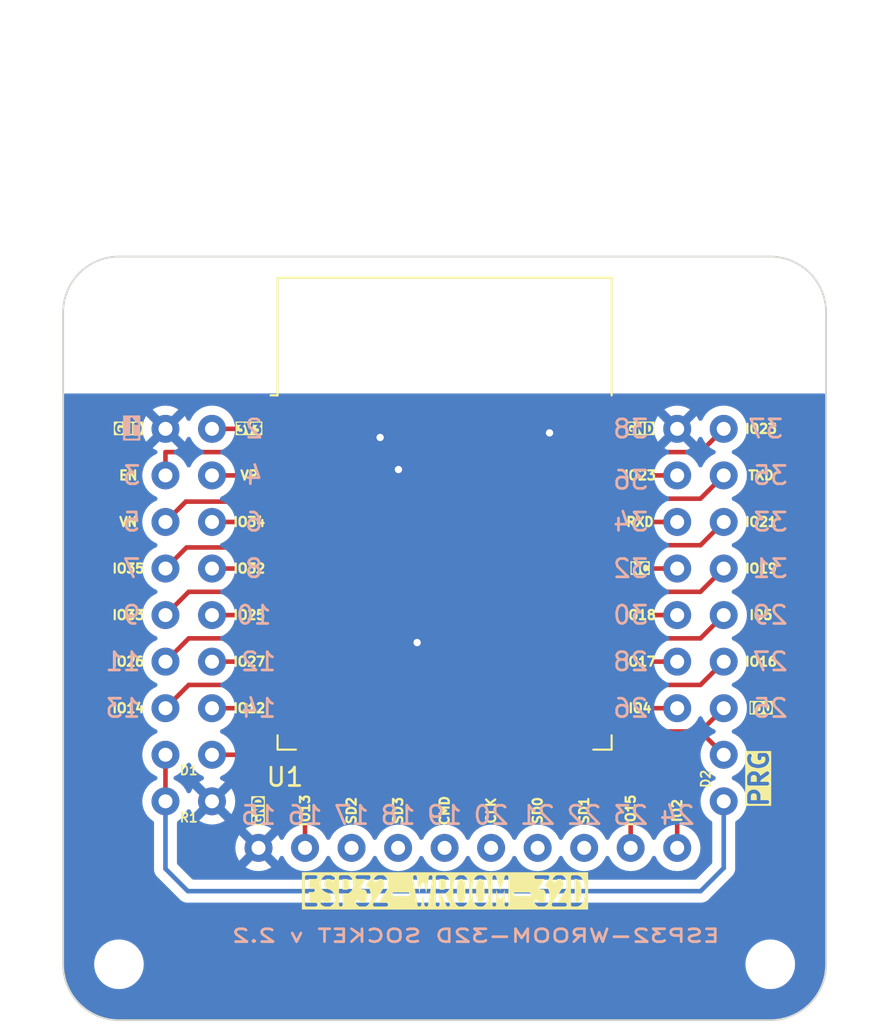
<source format=kicad_pcb>
(kicad_pcb (version 20221018) (generator pcbnew)
  (layers (0 "F.Cu" signal) (31 "B.Cu" signal) (34 "B.Paste" user) (35 "F.Paste" user) (36 "B.SilkS" user "B.Silkscreen") (37 "F.SilkS" user "F.Silkscreen") (38 "B.Mask" user) (39 "F.Mask" user) (44 "Edge.Cuts" user))
  (net 0 "")
  (net 1 "GND")
  (net 2 "+3V3")
  (net 3 "unconnected-(U1-EN-Pad3)")
  (net 4 "unconnected-(U1-SENSOR_VP-Pad4)")
  (net 5 "unconnected-(U1-SENSOR_VN-Pad5)")
  (net 6 "unconnected-(U1-IO34-Pad6)")
  (net 7 "unconnected-(U1-IO35-Pad7)")
  (net 8 "unconnected-(U1-IO32-Pad8)")
  (net 9 "unconnected-(U1-IO33-Pad9)")
  (net 10 "unconnected-(U1-IO25-Pad10)")
  (net 11 "unconnected-(U1-IO26-Pad11)")
  (net 12 "unconnected-(U1-IO27-Pad12)")
  (net 13 "unconnected-(U1-IO14-Pad13)")
  (net 14 "unconnected-(U1-IO12-Pad14)")
  (net 15 "unconnected-(U1-IO13-Pad16)")
  (net 22 "unconnected-(U1-IO15-Pad23)")
  (net 23 "unconnected-(U1-IO2-Pad24)")
  (net 24 "unconnected-(U1-IO4-Pad26)")
  (net 25 "unconnected-(U1-IO16-Pad27)")
  (net 26 "unconnected-(U1-IO17-Pad28)")
  (net 27 "unconnected-(U1-IO5-Pad29)")
  (net 28 "unconnected-(U1-IO18-Pad30)")
  (net 29 "unconnected-(U1-IO19-Pad31)")
  (net 30 "unconnected-(U1-NC-Pad32)")
  (net 31 "unconnected-(U1-IO21-Pad33)")
  (net 32 "unconnected-(U1-RXD0{slash}IO3-Pad34)")
  (net 33 "unconnected-(U1-TXD0{slash}IO1-Pad35)")
  (net 34 "unconnected-(U1-IO22-Pad36)")
  (net 35 "unconnected-(U1-IO23-Pad37)")
  (net 36 "Net-(D1-K)")
  (net 37 "Net-(D2-A)")
  (footprint "Alexander Footprints Library:R_2.5mm" (layer "F.Cu") (at 147.32 104.14)
    (fp_text reference "R1" (at -1.27 -1.651 unlocked) (layer "F.SilkS") (effects (font (size 0.5 0.5) (thickness 0.1))))
    (fp_text value "R")
    (pad "1" thru_hole circle (at -2.54 -2.54) (size 1.524 1.524) (drill 0.762) (layers "*.Cu" "*.Mask") (net 36 "Net-(D1-K)"))
    (pad "2" thru_hole circle (at 0 -2.54) (size 1.524 1.524) (drill 0.762) (layers "*.Cu" "*.Mask") (net 1 "GND"))
  )
  (footprint "Alexander Footprints Library:LED_2.5mm" (layer "F.Cu") (at 177.8 99.06 90)
    (fp_text reference "D2" (at -0.762 -3.2258 90 unlocked) (layer "F.SilkS") (effects (font (size 0.5 0.5) (thickness 0.1)) (justify right bottom)))
    (fp_text value "LED")
    (pad "1" thru_hole circle (at -2.54 -2.54 90) (size 1.524 1.524) (drill 0.762) (layers "*.Cu" "*.Mask") (net 36 "Net-(D1-K)"))
    (pad "2" thru_hole circle (at 0 -2.54 90) (size 1.524 1.524) (drill 0.762) (layers "*.Cu" "*.Mask") (net 37 "Net-(D2-A)"))
  )
  (footprint "MountingHole:MountingHole_2.2mm_M2" (layer "F.Cu") (at 142.24 74.93)
    (fp_text reference "H1" hide)
    (fp_text value "MountingHole_Pad_MP" hide)
    (pad "" np_thru_hole circle (at 0 0) (size 2.2 2.2) (drill 2.2) (layers "*.Cu" "*.Mask"))
  )
  (footprint "MountingHole:MountingHole_2.2mm_M2" (layer "F.Cu") (at 142.24 110.49)
    (fp_text reference "H3" hide)
    (fp_text value "MountingHole_Pad_MP" hide)
    (pad "" np_thru_hole circle (at 0 0) (size 2.2 2.2) (drill 2.2) (layers "*.Cu" "*.Mask"))
  )
  (footprint "MountingHole:MountingHole_2.2mm_M2" (layer "F.Cu") (at 177.8 110.49)
    (fp_text reference "H4" hide)
    (fp_text value "MountingHole_Pad_MP" hide)
    (pad "" np_thru_hole circle (at 0 0) (size 2.2 2.2) (drill 2.2) (layers "*.Cu" "*.Mask"))
  )
  (footprint "Alexander Footprints Library:LED_2.5mm" (layer "F.Cu") (at 147.32 109.22)
    (fp_text reference "D1" (at -1.27 -9.017 unlocked) (layer "F.SilkS") (effects (font (size 0.5 0.5) (thickness 0.1)) (justify bottom)))
    (fp_text value "LED")
    (pad "1" thru_hole circle (at -2.54 -10.16) (size 1.524 1.524) (drill 0.762) (layers "*.Cu" "*.Mask") (net 36 "Net-(D1-K)"))
    (pad "2" thru_hole circle (at 0 -10.16) (size 1.524 1.524) (drill 0.762) (layers "*.Cu" "*.Mask") (net 2 "+3V3"))
  )
  (footprint "MountingHole:MountingHole_2.2mm_M2" (layer "F.Cu") (at 177.8 74.93)
    (fp_text reference "H2" hide)
    (fp_text value "MountingHole_Pad_MP" hide)
    (pad "" np_thru_hole circle (at 0 0) (size 2.2 2.2) (drill 2.2) (layers "*.Cu" "*.Mask"))
  )
  (footprint "Alexander Footprints Library:ESP32-WROOM-Adapter-2" (layer "F.Cu") (at 160.02 88.9)
    (fp_text reference "U1" (at -7.62 10.795) (layer "F.SilkS") (effects (justify right top)))
    (fp_text value "ESP32-WROOM-32D")
    (fp_text user "ESP32-WROOM-32D" (at 0 17.653 unlocked) (layer "F.SilkS" knockout) (effects (font (size 1.5 1) (thickness 0.2) bold)))
    (fp_line (start -9.12 -15.86) (end -9.12 -9.445) (stroke (width 0.12)) (layer "F.SilkS"))
    (fp_line (start -9.12 -15.86) (end 9.12 -15.86) (stroke (width 0.12)) (layer "F.SilkS"))
    (fp_line (start -9.12 -9.445) (end -9.5 -9.445) (stroke (width 0.12)) (layer "F.SilkS"))
    (fp_line (start -9.12 9.1) (end -9.12 9.88) (stroke (width 0.12)) (layer "F.SilkS"))
    (fp_line (start -9.12 9.88) (end -8.12 9.88) (stroke (width 0.12)) (layer "F.SilkS"))
    (fp_line (start 9.12 -15.86) (end 9.12 -9.445) (stroke (width 0.12)) (layer "F.SilkS"))
    (fp_line (start 9.12 9.1) (end 9.12 9.88) (stroke (width 0.12)) (layer "F.SilkS"))
    (fp_line (start 9.12 9.88) (end 8.12 9.88) (stroke (width 0.12)) (layer "F.SilkS"))
    (pad "1" thru_hole circle (at -15.24 -7.62) (size 1.524 1.524) (drill 0.762) (layers "*.Cu" "*.Mask") (net 1 "GND"))
    (pad "1" smd rect (at -8.75 -8.25) (size 1.5 0.9) (layers "F.Cu" "F.Paste" "F.Mask") (net 1 "GND"))
    (pad "2" thru_hole circle (at -12.7 -7.62) (size 1.524 1.524) (drill 0.762) (layers "*.Cu" "*.Mask") (net 2 "+3V3"))
    (pad "2" smd rect (at -8.75 -6.98) (size 1.5 0.9) (layers "F.Cu" "F.Paste" "F.Mask") (net 2 "+3V3"))
    (pad "3" thru_hole circle (at -15.24 -5.08) (size 1.524 1.524) (drill 0.762) (layers "*.Cu" "*.Mask") (net 3 "unconnected-(U1-EN-Pad3)"))
    (pad "3" smd rect (at -8.75 -5.71) (size 1.5 0.9) (layers "F.Cu" "F.Paste" "F.Mask") (net 3 "unconnected-(U1-EN-Pad3)"))
    (pad "4" thru_hole circle (at -12.7 -5.08) (size 1.524 1.524) (drill 0.762) (layers "*.Cu" "*.Mask") (net 4 "unconnected-(U1-SENSOR_VP-Pad4)"))
    (pad "4" smd rect (at -8.75 -4.44) (size 1.5 0.9) (layers "F.Cu" "F.Paste" "F.Mask") (net 4 "unconnected-(U1-SENSOR_VP-Pad4)"))
    (pad "5" thru_hole circle (at -15.24 -2.54) (size 1.524 1.524) (drill 0.762) (layers "*.Cu" "*.Mask") (net 5 "unconnected-(U1-SENSOR_VN-Pad5)"))
    (pad "5" smd rect (at -8.75 -3.17) (size 1.5 0.9) (layers "F.Cu" "F.Paste" "F.Mask") (net 5 "unconnected-(U1-SENSOR_VN-Pad5)"))
    (pad "6" thru_hole circle (at -12.7 -2.54) (size 1.524 1.524) (drill 0.762) (layers "*.Cu" "*.Mask") (net 6 "unconnected-(U1-IO34-Pad6)"))
    (pad "6" smd rect (at -8.75 -1.9) (size 1.5 0.9) (layers "F.Cu" "F.Paste" "F.Mask") (net 6 "unconnected-(U1-IO34-Pad6)"))
    (pad "7" thru_hole circle (at -15.24 0) (size 1.524 1.524) (drill 0.762) (layers "*.Cu" "*.Mask") (net 7 "unconnected-(U1-IO35-Pad7)"))
    (pad "7" smd rect (at -8.75 -0.63) (size 1.5 0.9) (layers "F.Cu" "F.Paste" "F.Mask") (net 7 "unconnected-(U1-IO35-Pad7)"))
    (pad "8" thru_hole circle (at -12.7 0) (size 1.524 1.524) (drill 0.762) (layers "*.Cu" "*.Mask") (net 8 "unconnected-(U1-IO32-Pad8)"))
    (pad "8" smd rect (at -8.75 0.64) (size 1.5 0.9) (layers "F.Cu" "F.Paste" "F.Mask") (net 8 "unconnected-(U1-IO32-Pad8)"))
    (pad "9" thru_hole circle (at -15.24 2.54) (size 1.524 1.524) (drill 0.762) (layers "*.Cu" "*.Mask") (net 9 "unconnected-(U1-IO33-Pad9)"))
    (pad "9" smd rect (at -8.75 1.91) (size 1.5 0.9) (layers "F.Cu" "F.Paste" "F.Mask") (net 9 "unconnected-(U1-IO33-Pad9)"))
    (pad "10" thru_hole circle (at -12.7 2.54) (size 1.524 1.524) (drill 0.762) (layers "*.Cu" "*.Mask") (net 10 "unconnected-(U1-IO25-Pad10)"))
    (pad "10" smd rect (at -8.75 3.18) (size 1.5 0.9) (layers "F.Cu" "F.Paste" "F.Mask") (net 10 "unconnected-(U1-IO25-Pad10)"))
    (pad "11" thru_hole circle (at -15.24 5.08) (size 1.524 1.524) (drill 0.762) (layers "*.Cu" "*.Mask") (net 11 "unconnected-(U1-IO26-Pad11)"))
    (pad "11" smd rect (at -8.75 4.45) (size 1.5 0.9) (layers "F.Cu" "F.Paste" "F.Mask") (net 11 "unconnected-(U1-IO26-Pad11)"))
    (pad "12" thru_hole circle (at -12.7 5.08) (size 1.524 1.524) (drill 0.762) (layers "*.Cu" "*.Mask") (net 12 "unconnected-(U1-IO27-Pad12)"))
    (pad "12" smd rect (at -8.75 5.72) (size 1.5 0.9) (layers "F.Cu" "F.Paste" "F.Mask") (net 12 "unconnected-(U1-IO27-Pad12)"))
    (pad "13" thru_hole circle (at -15.24 7.62) (size 1.524 1.524) (drill 0.762) (layers "*.Cu" "*.Mask") (net 13 "unconnected-(U1-IO14-Pad13)"))
    (pad "13" smd rect (at -8.75 6.99) (size 1.5 0.9) (layers "F.Cu" "F.Paste" "F.Mask") (net 13 "unconnected-(U1-IO14-Pad13)"))
    (pad "14" thru_hole circle (at -12.7 7.62) (size 1.524 1.524) (drill 0.762) (layers "*.Cu" "*.Mask") (net 14 "unconnected-(U1-IO12-Pad14)"))
    (pad "14" smd rect (at -8.75 8.26) (size 1.5 0.9) (layers "F.Cu" "F.Paste" "F.Mask") (net 14 "unconnected-(U1-IO12-Pad14)"))
    (pad "15" thru_hole circle (at -10.16 15.24 90) (size 1.524 1.524) (drill 0.762) (layers "*.Cu" "*.Mask") (net 1 "GND"))
    (pad "15" smd rect (at -5.71 9.51 90) (size 1.5 0.9) (layers "F.Cu" "F.Paste" "F.Mask") (net 1 "GND"))
    (pad "16" thru_hole circle (at -7.62 15.24 90) (size 1.524 1.524) (drill 0.762) (layers "*.Cu" "*.Mask") (net 15 "unconnected-(U1-IO13-Pad16)"))
    (pad "16" smd rect (at -4.44 9.51 90) (size 1.5 0.9) (layers "F.Cu" "F.Paste" "F.Mask") (net 15 "unconnected-(U1-IO13-Pad16)"))
    (pad "17" thru_hole circle (at -5.08 15.24 90) (size 1.524 1.524) (drill 0.762) (layers "*.Cu" "*.Mask"))
    (pad "17" smd rect (at -3.17 9.51 90) (size 1.5 0.9) (layers "F.Cu" "F.Paste" "F.Mask"))
    (pad "18" thru_hole circle (at -2.54 15.24 90) (size 1.524 1.524) (drill 0.762) (layers "*.Cu" "*.Mask"))
    (pad "18" smd rect (at -1.9 9.51 90) (size 1.5 0.9) (layers "F.Cu" "F.Paste" "F.Mask"))
    (pad "19" smd rect (at -0.63 9.51 90) (size 1.5 0.9) (layers "F.Cu" "F.Paste" "F.Mask"))
    (pad "19" thru_hole circle (at 0 15.24 90) (size 1.524 1.524) (drill 0.762) (layers "*.Cu" "*.Mask"))
    (pad "20" smd rect (at 0.64 9.51 90) (size 1.5 0.9) (layers "F.Cu" "F.Paste" "F.Mask"))
    (pad "20" thru_hole circle (at 2.54 15.24 90) (size 1.524 1.524) (drill 0.762) (layers "*.Cu" "*.Mask"))
    (pad "21" smd rect (at 1.91 9.51 90) (size 1.5 0.9) (layers "F.Cu" "F.Paste" "F.Mask"))
    (pad "21" thru_hole circle (at 5.08 15.24 90) (size 1.524 1.524) (drill 0.762) (layers "*.Cu" "*.Mask"))
    (pad "22" smd rect (at 3.18 9.51 90) (size 1.5 0.9) (layers "F.Cu" "F.Paste" "F.Mask"))
    (pad "22" thru_hole circle (at 7.62 15.24 90) (size 1.524 1.524) (drill 0.762) (layers "*.Cu" "*.Mask"))
    (pad "23" smd rect (at 4.45 9.51 90) (size 1.5 0.9) (layers "F.Cu" "F.Paste" "F.Mask") (net 22 "unconnected-(U1-IO15-Pad23)"))
    (pad "23" thru_hole circle (at 10.16 15.24 90) (size 1.524 1.524) (drill 0.762) (layers "*.Cu" "*.Mask") (net 22 "unconnected-(U1-IO15-Pad23)"))
    (pad "24" smd rect (at 5.72 9.51 90) (size 1.5 0.9) (layers "F.Cu" "F.Paste" "F.Mask") (net 23 "unconnected-(U1-IO2-Pad24)"))
    (pad "24" thru_hole circle (at 12.7 15.24 90) (size 1.524 1.524) (drill 0.762) (layers "*.Cu" "*.Mask") (net 23 "unconnected-(U1-IO2-Pad24)"))
    (pad "25" smd rect (at 8.75 8.26) (size 1.5 0.9) (layers "F.Cu" "F.Paste" "F.Mask") (net 37 "Net-(D2-A)"))
    (pad "25" thru_hole circle (at 15.24 7.62) (size 1.524 1.524) (drill 0.762) (layers "*.Cu" "*.Mask") (net 37 "Net-(D2-A)"))
    (pad "26" smd rect (at 8.75 6.99) (size 1.5 0.9) (layers "F.Cu" "F.Paste" "F.Mask") (net 24 "unconnected-(U1-IO4-Pad26)"))
    (pad "26" thru_hole circle (at 12.7 7.62) (size 1.524 1.524) (drill 0.762) (layers "*.Cu" "*.Mask") (net 24 "unconnected-(U1-IO4-Pad26)"))
    (pad "27" smd rect (at 8.75 5.72) (size 1.5 0.9) (layers "F.Cu" "F.Paste" "F.Mask") (net 25 "unconnected-(U1-IO16-Pad27)"))
    (pad "27" thru_hole circle (at 15.24 5.08) (size 1.524 1.524) (drill 0.762) (layers "*.Cu" "*.Mask") (net 25 "unconnected-(U1-IO16-Pad27)"))
    (pad "28" smd rect (at 8.75 4.45) (size 1.5 0.9) (layers "F.Cu" "F.Paste" "F.Mask") (net 26 "unconnected-(U1-IO17-Pad28)"))
    (pad "28" thru_hole circle (at 12.7 5.08) (size 1.524 1.524) (drill 0.762) (layers "*.Cu" "*.Mask") (net 26 "unconnected-(U1-IO17-Pad28)"))
    (pad "29" smd rect (at 8.75 3.18) (size 1.5 0.9) (layers "F.Cu" "F.Paste" "F.Mask") (net 27 "unconnected-(U1-IO5-Pad29)"))
    (pad "29" thru_hole circle (at 15.24 2.54) (size 1.524 1.524) (drill 0.762) (layers "*.Cu" "*.Mask") (net 27 "unconnected-(U1-IO5-Pad29)"))
    (pad "30" smd rect (at 8.75 1.91) (size 1.5 0.9) (layers "F.Cu" "F.Paste" "F.Mask") (net 28 "unconnected-(U1-IO18-Pad30)"))
    (pad "30" thru_hole circle (at 12.7 2.54) (size 1.524 1.524) (drill 0.762) (layers "*.Cu" "*.Mask") (net 28 "unconnected-(U1-IO18-Pad30)"))
    (pad "31" smd rect (at 8.75 0.64) (size 1.5 0.9) (layers "F.Cu" "F.Paste" "F.Mask") (net 29 "unconnected-(U1-IO19-Pad31)"))
    (pad "31" thru_hole circle (at 15.24 0) (size 1.524 1.524) (drill 0.762) (layers "*.Cu" "*.Mask") (net 29 "unconnected-(U1-IO19-Pad31)"))
    (pad "32" smd rect (at 8.75 -0.63) (size 1.5 0.9) (layers "F.Cu" "F.Paste" "F.Mask") (net 30 "unconnected-(U1-NC-Pad32)"))
    (pad "32" thru_hole circle (at 12.7 0) (size 1.524 1.524) (drill 0.762) (layers "*.Cu" "*.Mask") (net 30 "unconnected-(U1-NC-Pad32)"))
    (pad "33" smd rect (at 8.75 -1.9) (size 1.5 0.9) (layers "F.Cu" "F.Paste" "F.Mask") (net 31 "unconnected-(U1-IO21-Pad33)"))
    (pad "33" thru_hole circle (at 15.24 -2.54) (size 1.524 1.524) (drill 0.762) (layers "*.Cu" "*.Mask") (net 31 "unconnected-(U1-IO21-Pad33)"))
    (pad "34" smd rect (at 8.75 -3.17) (size 1.5 0.9) (layers "F.Cu" "F.Paste" "F.Mask") (net 32 "unconnected-(U1-RXD0{slash}IO3-Pad34)"))
    (pad "34" thru_hole circle (at 12.7 -2.54) (size 1.524 1.524) (drill 0.762) (layers "*.Cu" "*.Mask") (net 32 "unconnected-(U1-RXD0{slash}IO3-Pad34)"))
    (pad "35" smd rect (at 8.75 -4.44) (size 1.5 0.9) (layers "F.Cu" "F.Paste" "F.Mask") (net 33 "unconnected-(U1-TXD0{slash}IO1-Pad35)"))
    (pad "35" thru_hole circle (at 15.24 -5.08) (size 1.524 1.524) (drill 0.762) (layers "*.Cu" "*.Mask") (net 33 "unconnected-(U1-TXD0{slash}IO1-Pad35)"))
    (pad "36" smd rect (at 8.75 -5.71) (size 1.5 0.9) (layers "F.Cu" "F.Paste" "F.Mask") (net 34 "unconnected-(U1-IO22-Pad36)"))
    (pad "36" thru_hole circle (at 12.7 -5.08) (size 1.524 1.524) (drill 0.762) (layers "*.Cu" "*.Mask") (net 34 "unconnected-(U1-IO22-Pad36)"))
    (pad "37" smd rect (at 8.75 -6.98) (size 1.5 0.9) (layers "F.Cu" "F.Paste" "F.Mask") (net 35 "unconnected-(U1-IO23-Pad37)"))
    (pad "37" thru_hole circle (at 15.24 -7.62) (size 1.524 1.524) (drill 0.762) (layers "*.Cu" "*.Mask") (net 35 "unconnected-(U1-IO23-Pad37)"))
    (pad "38" smd rect (at 8.75 -8.25) (size 1.5 0.9) (layers "F.Cu" "F.Paste" "F.Mask") (net 1 "GND"))
    (pad "38" thru_hole circle (at 12.7 -7.62) (size 1.524 1.524) (drill 0.762) (layers "*.Cu" "*.Mask") (net 1 "GND"))
    (pad "39" smd rect (at -1.5 -0.53) (size 3.8 3.8) (layers "F.Cu" "F.Mask") (net 1 "GND"))
    (zone (net 0) (net_name "") (layers "*.Cu") (connect_pads (clearance 0)) (min_thickness 0.254)
      (keepout (tracks not_allowed) (vias not_allowed) (pads not_allowed) (copperpour not_allowed) (footprints not_allowed))
      (fill (thermal_gap 0.508) (thermal_bridge_width 0.508))
      (polygon (pts (xy 136.02 79.35) (xy 184.02 79.35) (xy 184.02 58.16) (xy 136.02 58.16)))
    )
  )
  (gr_line (start 177.8 113.538) (end 142.24 113.538) (stroke (width 0.1)) (layer "Edge.Cuts"))
  (gr_arc (start 177.8 71.882) (mid 179.955261 72.774739) (end 180.848 74.93) (stroke (width 0.1)) (layer "Edge.Cuts"))
  (gr_arc (start 139.192 74.93) (mid 140.084739 72.774739) (end 142.24 71.882) (stroke (width 0.1)) (layer "Edge.Cuts"))
  (gr_arc (start 142.24 113.538) (mid 140.084739 112.645261) (end 139.192 110.49) (stroke (width 0.1)) (layer "Edge.Cuts"))
  (gr_arc (start 180.848 110.49) (mid 179.955261 112.645261) (end 177.8 113.538) (stroke (width 0.1)) (layer "Edge.Cuts"))
  (gr_line (start 139.192 74.93) (end 139.192 110.49) (stroke (width 0.1)) (layer "Edge.Cuts"))
  (gr_line (start 177.8 71.882) (end 142.24 71.882) (stroke (width 0.1)) (layer "Edge.Cuts"))
  (gr_line (start 180.848 110.49) (end 180.848 74.93) (stroke (width 0.1)) (layer "Edge.Cuts"))
  (gr_text "26" (at 170.18 96.52) (layer "B.SilkS") (effects (font (size 1 1)) (justify mirror)))
  (gr_text "14" (at 149.86 96.52) (layer "B.SilkS") (effects (font (size 1 1)) (justify mirror)))
  (gr_text "18" (at 157.48 102.362) (layer "B.SilkS") (effects (font (size 1 1)) (justify mirror)))
  (gr_text "13" (at 143.51 96.52) (layer "B.SilkS") (effects (font (size 1 1)) (justify left mirror)))
  (gr_text "15" (at 149.86 102.362) (layer "B.SilkS") (effects (font (size 1 1)) (justify mirror)))
  (gr_text "24" (at 172.72 102.362) (layer "B.SilkS") (effects (font (size 1 1)) (justify mirror)))
  (gr_text "6" (at 149.606 86.36) (layer "B.SilkS") (effects (font (size 1 1)) (justify mirror)))
  (gr_text "7" (at 143.51 88.9) (layer "B.SilkS") (effects (font (size 1 1)) (justify left mirror)))
  (gr_text "28" (at 170.18 93.98) (layer "B.SilkS") (effects (font (size 1 1)) (justify mirror)))
  (gr_text "33" (at 177.8 86.36) (layer "B.SilkS") (effects (font (size 1 1)) (justify mirror)))
  (gr_text "19" (at 160.02 102.362) (layer "B.SilkS") (effects (font (size 1 1)) (justify mirror)))
  (gr_text "5" (at 143.51 86.36) (layer "B.SilkS") (effects (font (size 1 1)) (justify left mirror)))
  (gr_text "31" (at 177.8 88.9) (layer "B.SilkS") (effects (font (size 1 1)) (justify mirror)))
  (gr_text "10" (at 149.606 91.44) (layer "B.SilkS") (effects (font (size 1 1)) (justify mirror)))
  (gr_text "16" (at 152.4 102.362) (layer "B.SilkS") (effects (font (size 1 1)) (justify mirror)))
  (gr_text "3" (at 143.51 83.82) (layer "B.SilkS") (effects (font (size 1 1)) (justify left mirror)))
  (gr_text "32" (at 170.18 88.9) (layer "B.SilkS") (effects (font (size 1 1)) (justify mirror)))
  (gr_text "22" (at 167.64 102.362) (layer "B.SilkS") (effects (font (size 1 1)) (justify mirror)))
  (gr_text "27" (at 177.8 93.98) (layer "B.SilkS") (effects (font (size 1 1)) (justify mirror)))
  (gr_text "4" (at 149.606 83.82) (layer "B.SilkS") (effects (font (size 1 1)) (justify mirror)))
  (gr_text "25" (at 177.8 96.52) (layer "B.SilkS") (effects (font (size 1 1)) (justify mirror)))
  (gr_text "8" (at 149.606 88.9) (layer "B.SilkS") (effects (font (size 1 1)) (justify mirror)))
  (gr_text "17" (at 154.94 102.362) (layer "B.SilkS") (effects (font (size 1 1)) (justify mirror)))
  (gr_text "36" (at 170.18 84.074) (layer "B.SilkS") (effects (font (size 1 1)) (justify mirror)))
  (gr_text "37" (at 177.546 81.28) (layer "B.SilkS") (effects (font (size 1 1)) (justify mirror)))
  (gr_text "23\n" (at 170.18 102.362) (layer "B.SilkS") (effects (font (size 1 1)) (justify mirror)))
  (gr_text "29" (at 177.8 91.44) (layer "B.SilkS") (effects (font (size 1 1)) (justify mirror)))
  (gr_text "35" (at 177.8 83.82) (layer "B.SilkS") (effects (font (size 1 1)) (justify mirror)))
  (gr_text "30" (at 170.18 91.44) (layer "B.SilkS") (effects (font (size 1 1)) (justify mirror)))
  (gr_text "9" (at 143.51 91.44) (layer "B.SilkS") (effects (font (size 1 1)) (justify left mirror)))
  (gr_text "11" (at 143.51 93.98) (layer "B.SilkS") (effects (font (size 1 1)) (justify left mirror)))
  (gr_text "34" (at 170.18 86.36) (layer "B.SilkS") (effects (font (size 1 1)) (justify mirror)))
  (gr_text "2" (at 149.606 81.28) (layer "B.SilkS") (effects (font (size 1 1)) (justify mirror)))
  (gr_text "20" (at 162.56 102.362) (layer "B.SilkS") (effects (font (size 1 1)) (justify mirror)))
  (gr_text "12" (at 149.86 93.98) (layer "B.SilkS") (effects (font (size 1 1)) (justify mirror)))
  (gr_text "21" (at 165.1 102.362) (layer "B.SilkS") (effects (font (size 1 1)) (justify mirror)))
  (gr_text "1" (at 143.51 81.28) (layer "B.SilkS" knockout) (effects (font (size 1 1)) (justify left mirror)))
  (gr_text "38" (at 170.18 81.28) (layer "B.SilkS") (effects (font (size 1 1)) (justify mirror)))
  (gr_text "ESP32-WROOM-32D SOCKET v 2.2" (at 175.133 109.347) (layer "B.SilkS") (effects (font (size 0.7 1)) (justify left bottom mirror)))
  (gr_text "RXD" (at 170.688 86.36) (layer "F.SilkS") (effects (font (size 0.5 0.5) (thickness 0.125))))
  (gr_text "CMD" (at 160.02 102.108 90) (layer "F.SilkS") (effects (font (size 0.5 0.5) (thickness 0.125))))
  (gr_text "IO23" (at 170.688 83.82) (layer "F.SilkS") (effects (font (size 0.5 0.5) (thickness 0.125))))
  (gr_text "SD2" (at 154.94 102.108 90) (layer "F.SilkS") (effects (font (size 0.5 0.5) (thickness 0.125))))
  (gr_text "CLK" (at 162.56 102.108 90) (layer "F.SilkS") (effects (font (size 0.5 0.5) (thickness 0.125))))
  (gr_text "IO18" (at 170.688 91.44) (layer "F.SilkS") (effects (font (size 0.5 0.5) (thickness 0.125))))
  (gr_text "IO13" (at 152.4 102.108 90) (layer "F.SilkS") (effects (font (size 0.5 0.5) (thickness 0.125))))
  (gr_text "SD0" (at 165.1 102.108 90) (layer "F.SilkS") (effects (font (size 0.5 0.5) (thickness 0.125))))
  (gr_text "IO35" (at 142.748 88.9) (layer "F.SilkS") (effects (font (size 0.5 0.5) (thickness 0.125))))
  (gr_text "IO4" (at 170.688 96.52) (layer "F.SilkS") (effects (font (size 0.5 0.5) (thickness 0.125))))
  (gr_text "IO14" (at 142.748 96.52) (layer "F.SilkS") (effects (font (size 0.5 0.5) (thickness 0.125))))
  (gr_text "IO15" (at 170.18 102.108 90) (layer "F.SilkS") (effects (font (size 0.5 0.5) (thickness 0.125))))
  (gr_text "PRG" (at 177.7746 102.0064 90) (layer "F.SilkS" knockout) (effects (font (size 1 1) (thickness 0.2) bold) (justify left bottom)))
  (gr_text "IO5" (at 177.292 91.44) (layer "F.SilkS") (effects (font (size 0.5 0.5) (thickness 0.125))))
  (gr_text "VN" (at 142.748 86.36) (layer "F.SilkS") (effects (font (size 0.5 0.5) (thickness 0.125))))
  (gr_text "IO25" (at 149.352 91.44) (layer "F.SilkS") (effects (font (size 0.5 0.5) (thickness 0.125))))
  (gr_text "SD1" (at 167.64 102.108 90) (layer "F.SilkS") (effects (font (size 0.5 0.5) (thickness 0.125))))
  (gr_text "IO12" (at 149.352 96.52) (layer "F.SilkS") (effects (font (size 0.5 0.5) (thickness 0.125))))
  (gr_text "3V3" (at 149.352 81.28) (layer "F.SilkS" knockout) (effects (font (size 0.5 0.5) (thickness 0.125))))
  (gr_text "IO26" (at 142.748 93.98) (layer "F.SilkS") (effects (font (size 0.5 0.5) (thickness 0.125))))
  (gr_text "VP" (at 149.352 83.82) (layer "F.SilkS") (effects (font (size 0.5 0.5) (thickness 0.125))))
  (gr_text "GND" (at 142.748 81.28) (layer "F.SilkS" knockout) (effects (font (size 0.5 0.5) (thickness 0.125))))
  (gr_text "IO34" (at 149.352 86.36) (layer "F.SilkS") (effects (font (size 0.5 0.5) (thickness 0.125))))
  (gr_text "IO23" (at 177.292 81.28) (layer "F.SilkS") (effects (font (size 0.5 0.5) (thickness 0.125))))
  (gr_text "IO16" (at 177.292 93.98) (layer "F.SilkS") (effects (font (size 0.5 0.5) (thickness 0.125))))
  (gr_text "IO17" (at 170.688 93.98) (layer "F.SilkS") (effects (font (size 0.5 0.5) (thickness 0.125))))
  (gr_text "IO0" (at 177.292 96.52) (layer "F.SilkS" knockout) (effects (font (size 0.5 0.5) (thickness 0.125))))
  (gr_text "TXD" (at 177.292 83.82) (layer "F.SilkS") (effects (font (size 0.5 0.5) (thickness 0.125))))
  (gr_text "SD3" (at 157.48 102.108 90) (layer "F.SilkS") (effects (font (size 0.5 0.5) (thickness 0.125))))
  (gr_text "EN" (at 142.748 83.82) (layer "F.SilkS") (effects (font (size 0.5 0.5) (thickness 0.125))))
  (gr_text "IO19" (at 177.292 88.9) (layer "F.SilkS") (effects (font (size 0.5 0.5) (thickness 0.125))))
  (gr_text "IO32" (at 149.352 88.9) (layer "F.SilkS") (effects (font (size 0.5 0.5) (thickness 0.125))))
  (gr_text "GND" (at 170.688 81.28) (layer "F.SilkS" knockout) (effects (font (size 0.5 0.5) (thickness 0.125))))
  (gr_text "IO27" (at 149.352 93.98) (layer "F.SilkS") (effects (font (size 0.5 0.5) (thickness 0.125))))
  (gr_text "GND" (at 149.86 102.108 90) (layer "F.SilkS" knockout) (effects (font (size 0.5 0.5) (thickness 0.125))))
  (gr_text "IO21" (at 177.292 86.36) (layer "F.SilkS") (effects (font (size 0.5 0.5) (thickness 0.125))))
  (gr_text "IO33" (at 142.748 91.44) (layer "F.SilkS") (effects (font (size 0.5 0.5) (thickness 0.125))))
  (gr_text "NC" (at 170.688 88.9) (layer "F.SilkS" knockout) (effects (font (size 0.5 0.5) (thickness 0.125))))
  (gr_text "IO2" (at 172.72 102.108 90) (layer "F.SilkS") (effects (font (size 0.5 0.5) (thickness 0.125))))
  (segment (start 167 80.65) (end 160.19 80.65) (width 0.25) (layer "F.Cu") (net 1))
  (segment (start 156.85 80.65) (end 158.52 82.32) (width 0.25) (layer "F.Cu") (net 1))
  (segment (start 158.52 92.94) (end 158.52 88.37) (width 0.25) (layer "F.Cu") (net 1))
  (segment (start 158.52 83.5) (end 158.52 88.37) (width 0.25) (layer "F.Cu") (net 1))
  (segment (start 156.85 80.65) (end 156.85 81.4) (width 0.25) (layer "F.Cu") (net 1))
  (segment (start 156.85 81.4) (end 156.5 81.75) (width 0.25) (layer "F.Cu") (net 1))
  (segment (start 154.31 98.41) (end 154.31 97.15) (width 0.25) (layer "F.Cu") (net 1))
  (segment (start 168.77 80.65) (end 167 80.65) (width 0.25) (layer "F.Cu") (net 1))
  (segment (start 158.52 83.5) (end 157.5 83.5) (width 0.25) (layer "F.Cu") (net 1))
  (segment (start 154.31 97.15) (end 158.52 92.94) (width 0.25) (layer "F.Cu") (net 1))
  (segment (start 158.52 82.32) (end 158.52 83.5) (width 0.25) (layer "F.Cu") (net 1))
  (segment (start 160.19 80.65) (end 158.52 82.32) (width 0.25) (layer "F.Cu") (net 1))
  (segment (start 151.27 80.65) (end 156.85 80.65) (width 0.25) (layer "F.Cu") (net 1))
  (segment (start 166.6 80.65) (end 165.75 81.5) (width 0.25) (layer "F.Cu") (net 1))
  (segment (start 167 80.65) (end 166.6 80.65) (width 0.25) (layer "F.Cu") (net 1))
  (via (at 157.5 83.5) (size 0.8) (drill 0.4) (layers "F.Cu" "B.Cu") (net 1))
  (via (at 165.75 81.5) (size 0.8) (drill 0.4) (layers "F.Cu" "B.Cu") (net 1))
  (via (at 158.52 92.94) (size 0.8) (drill 0.4) (layers "F.Cu" "B.Cu") (net 1))
  (via (at 156.5 81.75) (size 0.8) (drill 0.4) (layers "F.Cu" "B.Cu") (net 1))
  (segment (start 147.32 99.06) (end 151.892 99.06) (width 0.25) (layer "F.Cu") (net 2))
  (segment (start 152.908 82.169) (end 152.659 81.92) (width 0.25) (layer "F.Cu") (net 2))
  (segment (start 149.22 81.28) (end 149.86 81.92) (width 0.25) (layer "F.Cu") (net 2))
  (segment (start 151.27 81.92) (end 149.86 81.92) (width 0.25) (layer "F.Cu") (net 2))
  (segment (start 152.659 81.92) (end 151.27 81.92) (width 0.25) (layer "F.Cu") (net 2))
  (segment (start 147.32 81.28) (end 149.22 81.28) (width 0.25) (layer "F.Cu") (net 2))
  (segment (start 152.908 98.044) (end 152.908 82.169) (width 0.25) (layer "F.Cu") (net 2))
  (segment (start 151.892 99.06) (end 152.908 98.044) (width 0.25) (layer "F.Cu") (net 2))
  (segment (start 149.22 82.55) (end 144.78 82.55) (width 0.25) (layer "F.Cu") (net 3))
  (segment (start 149.86 83.19) (end 149.22 82.55) (width 0.25) (layer "F.Cu") (net 3))
  (segment (start 151.27 83.19) (end 149.86 83.19) (width 0.25) (layer "F.Cu") (net 3))
  (segment (start 144.78 82.55) (end 144.78 83.82) (width 0.25) (layer "F.Cu") (net 3))
  (segment (start 147.32 83.82) (end 149.098 83.82) (width 0.25) (layer "F.Cu") (net 4))
  (segment (start 149.098 83.82) (end 149.738 84.46) (width 0.25) (layer "F.Cu") (net 4))
  (segment (start 149.738 84.46) (end 151.27 84.46) (width 0.25) (layer "F.Cu") (net 4))
  (segment (start 149.86 85.73) (end 151.27 85.73) (width 0.25) (layer "F.Cu") (net 5))
  (segment (start 149.38 85.25) (end 149.86 85.73) (width 0.25) (layer "F.Cu") (net 5))
  (segment (start 144.78 86.36) (end 145.89 85.25) (width 0.25) (layer "F.Cu") (net 5))
  (segment (start 145.89 85.25) (end 149.38 85.25) (width 0.25) (layer "F.Cu") (net 5))
  (segment (start 149.098 86.36) (end 147.32 86.36) (width 0.25) (layer "F.Cu") (net 6))
  (segment (start 149.738 87) (end 149.098 86.36) (width 0.25) (layer "F.Cu") (net 6))
  (segment (start 151.27 87) (end 149.738 87) (width 0.25) (layer "F.Cu") (net 6))
  (segment (start 149.86 88.27) (end 151.27 88.27) (width 0.25) (layer "F.Cu") (net 7))
  (segment (start 145.93 87.75) (end 149.34 87.75) (width 0.25) (layer "F.Cu") (net 7))
  (segment (start 144.78 88.9) (end 145.93 87.75) (width 0.25) (layer "F.Cu") (net 7))
  (segment (start 149.34 87.75) (end 149.86 88.27) (width 0.25) (layer "F.Cu") (net 7))
  (segment (start 151.27 89.54) (end 149.992 89.54) (width 0.25) (layer "F.Cu") (net 8))
  (segment (start 149.352 88.9) (end 147.32 88.9) (width 0.25) (layer "F.Cu") (net 8))
  (segment (start 149.992 89.54) (end 149.352 88.9) (width 0.25) (layer "F.Cu") (net 8))
  (segment (start 149.22 90.17) (end 149.86 90.81) (width 0.25) (layer "F.Cu") (net 9))
  (segment (start 146.05 90.17) (end 149.22 90.17) (width 0.25) (layer "F.Cu") (net 9))
  (segment (start 144.78 91.44) (end 146.05 90.17) (width 0.25) (layer "F.Cu") (net 9))
  (segment (start 149.86 90.81) (end 151.27 90.81) (width 0.25) (layer "F.Cu") (net 9))
  (segment (start 149.738 92.08) (end 149.098 91.44) (width 0.25) (layer "F.Cu") (net 10))
  (segment (start 151.27 92.08) (end 149.738 92.08) (width 0.25) (layer "F.Cu") (net 10))
  (segment (start 149.098 91.44) (end 147.32 91.44) (width 0.25) (layer "F.Cu") (net 10))
  (segment (start 148.59 92.71) (end 146.05 92.71) (width 0.25) (layer "F.Cu") (net 11))
  (segment (start 149.23 93.35) (end 148.59 92.71) (width 0.25) (layer "F.Cu") (net 11))
  (segment (start 146.05 92.71) (end 144.78 93.98) (width 0.25) (layer "F.Cu") (net 11))
  (segment (start 151.27 93.35) (end 149.23 93.35) (width 0.25) (layer "F.Cu") (net 11))
  (segment (start 151.27 94.62) (end 149.23 94.62) (width 0.25) (layer "F.Cu") (net 12))
  (segment (start 148.59 93.98) (end 147.32 93.98) (width 0.25) (layer "F.Cu") (net 12))
  (segment (start 149.23 94.62) (end 148.59 93.98) (width 0.25) (layer "F.Cu") (net 12))
  (segment (start 144.78 96.52) (end 146.05 95.25) (width 0.25) (layer "F.Cu") (net 13))
  (segment (start 146.05 95.25) (end 148.59 95.25) (width 0.25) (layer "F.Cu") (net 13))
  (segment (start 149.23 95.89) (end 151.27 95.89) (width 0.25) (layer "F.Cu") (net 13))
  (segment (start 148.59 95.25) (end 149.23 95.89) (width 0.25) (layer "F.Cu") (net 13))
  (segment (start 148.844 96.52) (end 147.32 96.52) (width 0.25) (layer "F.Cu") (net 14))
  (segment (start 149.484 97.16) (end 148.844 96.52) (width 0.25) (layer "F.Cu") (net 14))
  (segment (start 151.27 97.16) (end 149.484 97.16) (width 0.25) (layer "F.Cu") (net 14))
  (segment (start 155.58 98.41) (end 155.58 100.92) (width 0.25) (layer "F.Cu") (net 15))
  (segment (start 155.58 100.92) (end 155.154 101.346) (width 0.25) (layer "F.Cu") (net 15))
  (segment (start 153.924 101.346) (end 152.4 102.87) (width 0.25) (layer "F.Cu") (net 15))
  (segment (start 155.154 101.346) (end 153.924 101.346) (width 0.25) (layer "F.Cu") (net 15))
  (segment (start 152.4 102.87) (end 152.4 104.14) (width 0.25) (layer "F.Cu") (net 15))
  (segment (start 164.47 100.97) (end 165.25 101.75) (width 0.25) (layer "F.Cu") (net 22))
  (segment (start 164.47 98.41) (end 164.47 100.97) (width 0.25) (layer "F.Cu") (net 22))
  (segment (start 170.18 102.68) (end 170.18 104.14) (width 0.25) (layer "F.Cu") (net 22))
  (segment (start 165.25 101.75) (end 169.25 101.75) (width 0.25) (layer "F.Cu") (net 22))
  (segment (start 169.25 101.75) (end 170.18 102.68) (width 0.25) (layer "F.Cu") (net 22))
  (segment (start 171.508 101.15) (end 172.72 102.362) (width 0.25) (layer "F.Cu") (net 23))
  (segment (start 165.74 98.41) (end 165.74 100.35) (width 0.25) (layer "F.Cu") (net 23))
  (segment (start 165.74 100.35) (end 166.54 101.15) (width 0.25) (layer "F.Cu") (net 23))
  (segment (start 166.54 101.15) (end 171.508 101.15) (width 0.25) (layer "F.Cu") (net 23))
  (segment (start 172.72 102.362) (end 172.72 104.14) (width 0.25) (layer "F.Cu") (net 23))
  (segment (start 170.942 96.52) (end 172.72 96.52) (width 0.25) (layer "F.Cu") (net 24))
  (segment (start 170.312 95.89) (end 170.942 96.52) (width 0.25) (layer "F.Cu") (net 24))
  (segment (start 168.77 95.89) (end 170.312 95.89) (width 0.25) (layer "F.Cu") (net 24))
  (segment (start 173.99 95.25) (end 175.26 93.98) (width 0.25) (layer "F.Cu") (net 25))
  (segment (start 169.733 94.62) (end 170.363 95.25) (width 0.25) (layer "F.Cu") (net 25))
  (segment (start 170.363 95.25) (end 173.99 95.25) (width 0.25) (layer "F.Cu") (net 25))
  (segment (start 168.77 94.62) (end 169.733 94.62) (width 0.25) (layer "F.Cu") (net 25))
  (segment (start 168.77 93.35) (end 170.312 93.35) (width 0.25) (layer "F.Cu") (net 26))
  (segment (start 170.942 93.98) (end 172.72 93.98) (width 0.25) (layer "F.Cu") (net 26))
  (segment (start 170.312 93.35) (end 170.942 93.98) (width 0.25) (layer "F.Cu") (net 26))
  (segment (start 171.074 92.08) (end 171.704 92.71) (width 0.25) (layer "F.Cu") (net 27))
  (segment (start 173.99 92.71) (end 175.26 91.44) (width 0.25) (layer "F.Cu") (net 27))
  (segment (start 168.77 92.08) (end 171.074 92.08) (width 0.25) (layer "F.Cu") (net 27))
  (segment (start 171.704 92.71) (end 173.99 92.71) (width 0.25) (layer "F.Cu") (net 27))
  (segment (start 170.942 91.44) (end 172.72 91.44) (width 0.25) (layer "F.Cu") (net 28))
  (segment (start 170.312 90.81) (end 170.942 91.44) (width 0.25) (layer "F.Cu") (net 28))
  (segment (start 168.77 90.81) (end 170.312 90.81) (width 0.25) (layer "F.Cu") (net 28))
  (segment (start 173.99 90.17) (end 175.26 88.9) (width 0.25) (layer "F.Cu") (net 29))
  (segment (start 168.77 89.54) (end 169.733 89.54) (width 0.25) (layer "F.Cu") (net 29))
  (segment (start 170.363 90.17) (end 173.99 90.17) (width 0.25) (layer "F.Cu") (net 29))
  (segment (start 169.733 89.54) (end 170.363 90.17) (width 0.25) (layer "F.Cu") (net 29))
  (segment (start 171.196 88.9) (end 172.72 88.9) (width 0.25) (layer "F.Cu") (net 30))
  (segment (start 168.77 88.27) (end 170.566 88.27) (width 0.25) (layer "F.Cu") (net 30))
  (segment (start 170.566 88.27) (end 171.196 88.9) (width 0.25) (layer "F.Cu") (net 30))
  (segment (start 170.363 87.63) (end 173.99 87.63) (width 0.25) (layer "F.Cu") (net 31))
  (segment (start 173.99 87.63) (end 175.26 86.36) (width 0.25) (layer "F.Cu") (net 31))
  (segment (start 168.77 87) (end 169.733 87) (width 0.25) (layer "F.Cu") (net 31))
  (segment (start 169.733 87) (end 170.363 87.63) (width 0.25) (layer "F.Cu") (net 31))
  (segment (start 168.77 85.73) (end 170.566 85.73) (width 0.25) (layer "F.Cu") (net 32))
  (segment (start 170.566 85.73) (end 171.196 86.36) (width 0.25) (layer "F.Cu") (net 32))
  (segment (start 171.196 86.36) (end 172.72 86.36) (width 0.25) (layer "F.Cu") (net 32))
  (segment (start 170.82 84.46) (end 171.45 85.09) (width 0.25) (layer "F.Cu") (net 33))
  (segment (start 173.99 85.09) (end 175.26 83.82) (width 0.25) (layer "F.Cu") (net 33))
  (segment (start 171.45 85.09) (end 173.99 85.09) (width 0.25) (layer "F.Cu") (net 33))
  (segment (start 168.77 84.46) (end 170.82 84.46) (width 0.25) (layer "F.Cu") (net 33))
  (segment (start 168.77 83.19) (end 170.566 83.19) (width 0.25) (layer "F.Cu") (net 34))
  (segment (start 170.566 83.19) (end 171.196 83.82) (width 0.25) (layer "F.Cu") (net 34))
  (segment (start 171.196 83.82) (end 172.72 83.82) (width 0.25) (layer "F.Cu") (net 34))
  (segment (start 173.99 82.55) (end 175.26 81.28) (width 0.25) (layer "F.Cu") (net 35))
  (segment (start 168.77 81.92) (end 170.82 81.92) (width 0.25) (layer "F.Cu") (net 35))
  (segment (start 170.82 81.92) (end 171.45 82.55) (width 0.25) (layer "F.Cu") (net 35))
  (segment (start 171.45 82.55) (end 173.99 82.55) (width 0.25) (layer "F.Cu") (net 35))
  (segment (start 144.78 99.06) (end 144.78 101.6) (width 0.25) (layer "F.Cu") (net 36))
  (segment (start 174 106.5) (end 146 106.5) (width 0.25) (layer "B.Cu") (net 36))
  (segment (start 144.78 105.28) (end 144.78 101.6) (width 0.25) (layer "B.Cu") (net 36))
  (segment (start 175.26 105.24) (end 174 106.5) (width 0.25) (layer "B.Cu") (net 36))
  (segment (start 175.26 101.6) (end 175.26 105.24) (width 0.25) (layer "B.Cu") (net 36))
  (segment (start 146 106.5) (end 144.78 105.28) (width 0.25) (layer "B.Cu") (net 36))
  (segment (start 168.77 97.16) (end 169.926 97.16) (width 0.25) (layer "F.Cu") (net 37))
  (segment (start 173.99 97.79) (end 175.26 99.06) (width 0.25) (layer "F.Cu") (net 37))
  (segment (start 170.556 97.79) (end 173.99 97.79) (width 0.25) (layer "F.Cu") (net 37))
  (segment (start 169.926 97.16) (end 170.556 97.79) (width 0.25) (layer "F.Cu") (net 37))
  (segment (start 173.99 97.79) (end 175.26 96.52) (width 0.25) (layer "F.Cu") (net 37))
  (zone (net 1) (net_name "GND") (layer "B.Cu") (name "GND") (connect_pads (clearance 0.5)) (min_thickness 0.25) (fill yes (thermal_gap 0.5) (thermal_bridge_width 0.5))
    (polygon (pts (xy 139 113.75) (xy 139 71.75) (xy 181 71.75) (xy 181 113.75)))
  )
)
</source>
